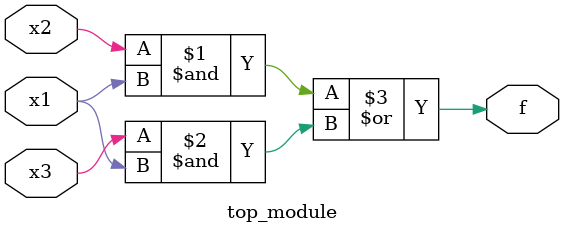
<source format=v>

module top_module (
	input x3,
	input x2,
	input x1,
	output f
);

assign f = (x2 & x1) | (x3 & x1);

endmodule

</source>
